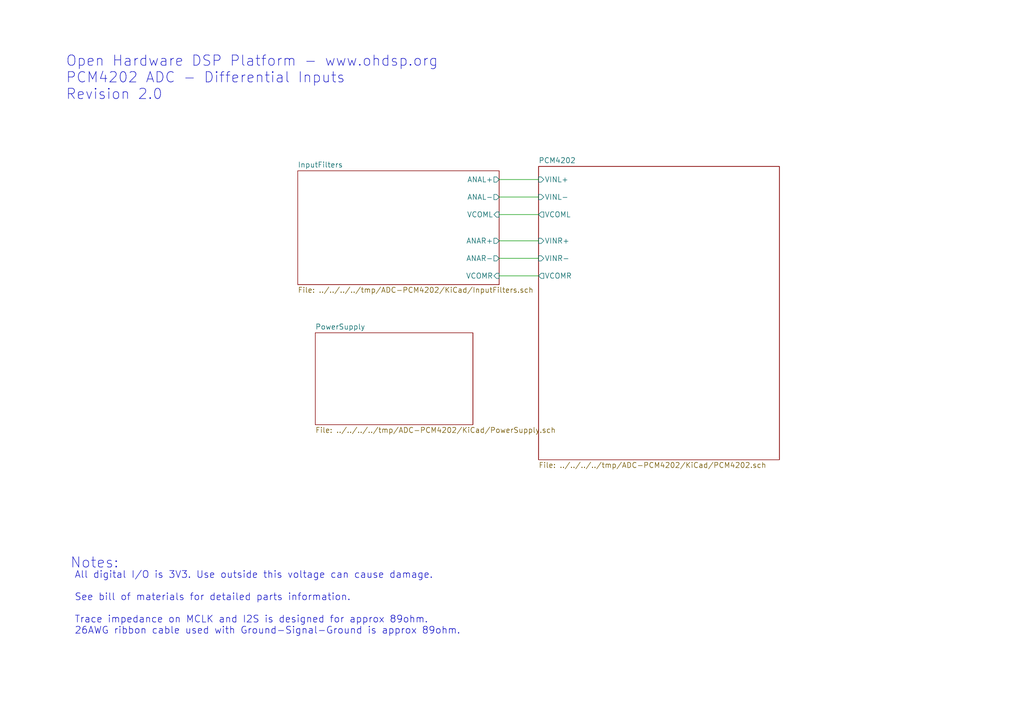
<source format=kicad_sch>
(kicad_sch (version 20230121) (generator eeschema)
  (paper "A4")
  (title_block (title "PCM4202 ADC - Differential Inputs") (date "2016-07-01") (rev "2.0") (company "Open Hardware DSP Platform - www.ohdsp.org") (comment 1 "MERCHANTABILITY, SATISFACTORY QUALITY AND FITNESS FOR A PARTICULAR PURPOSE.") (comment 2 "is distributed WITHOUT ANY EXPRESS OR IMPLIED WARRANTY, INCLUDING OF") (comment 3 "Licensed under the TAPR Open Hardware License (www.tapr.org/OHL). This documentation") (comment 4 "Copyright Paul Janicki 2016"))
  (lib_symbols)
  (wire (pts (xy 144.78 52.07) (xy 156.21 52.07)))
  (wire (pts (xy 144.78 74.93) (xy 156.21 74.93)))
  (wire (pts (xy 156.21 57.15) (xy 144.78 57.15)))
  (wire (pts (xy 144.78 62.23) (xy 156.21 62.23)))
  (wire (pts (xy 156.21 80.01) (xy 144.78 80.01)))
  (wire (pts (xy 156.21 69.85) (xy 144.78 69.85)))
  (text "All digital I/O is 3V3. Use outside this voltage can cause damage.\n\nSee bill of materials for detailed parts information.\n\nTrace impedance on MCLK and I2S is designed for approx 89ohm.\n26AWG ribbon cable used with Ground-Signal-Ground is approx 89ohm." (at 21.59 184.15 0) (effects (font (size 2.0066 2.0066)) (justify left bottom)))
  (text "Notes:\n" (at 20.32 165.1 0) (effects (font (size 2.9972 2.9972)) (justify left bottom)))
  (text "Open Hardware DSP Platform - www.ohdsp.org\nPCM4202 ADC - Differential Inputs\nRevision 2.0" (at 19.05 29.21 0) (effects (font (size 2.9972 2.9972)) (justify left bottom)))
  (sheet (at 91.44 96.52) (size 45.72 26.67)
    (property "Sheetname" "PowerSupply" (at 91.44 95.6814 0) (effects (font (size 1.524 1.524)) (justify left bottom)))
    (property "Sheetfile" "../../../../tmp/ADC-PCM4202/KiCad/PowerSupply.sch" (at 91.44 123.8762 0) (effects (font (size 1.524 1.524)) (justify left top)))
  )
  (sheet (at 156.21 48.26) (size 69.85 85.09)
    (property "Sheetname" "PCM4202" (at 156.21 47.4214 0) (effects (font (size 1.524 1.524)) (justify left bottom)))
    (property "Sheetfile" "../../../../tmp/ADC-PCM4202/KiCad/PCM4202.sch" (at 156.21 134.0362 0) (effects (font (size 1.524 1.524)) (justify left top)))
    (pin "VINR+" input (at 156.21 69.85 180) (effects (font (size 1.524 1.524))))
    (pin "VINR-" input (at 156.21 74.93 180) (effects (font (size 1.524 1.524))))
    (pin "VINL+" input (at 156.21 52.07 180) (effects (font (size 1.524 1.524))))
    (pin "VINL-" input (at 156.21 57.15 180) (effects (font (size 1.524 1.524))))
    (pin "VCOML" output (at 156.21 62.23 180) (effects (font (size 1.524 1.524))))
    (pin "VCOMR" output (at 156.21 80.01 180) (effects (font (size 1.524 1.524))))
  )
  (sheet (at 86.36 49.53) (size 58.42 33.02)
    (property "Sheetname" "InputFilters" (at 86.36 48.6914 0) (effects (font (size 1.524 1.524)) (justify left bottom)))
    (property "Sheetfile" "../../../../tmp/ADC-PCM4202/KiCad/InputFilters.sch" (at 86.36 83.2362 0) (effects (font (size 1.524 1.524)) (justify left top)))
    (pin "VCOML" input (at 144.78 62.23 0) (effects (font (size 1.524 1.524))))
    (pin "ANAL+" output (at 144.78 52.07 0) (effects (font (size 1.524 1.524))))
    (pin "ANAL-" output (at 144.78 57.15 0) (effects (font (size 1.524 1.524))))
    (pin "ANAR+" output (at 144.78 69.85 0) (effects (font (size 1.524 1.524))))
    (pin "ANAR-" output (at 144.78 74.93 0) (effects (font (size 1.524 1.524))))
    (pin "VCOMR" input (at 144.78 80.01 0) (effects (font (size 1.524 1.524))))
  )
)
</source>
